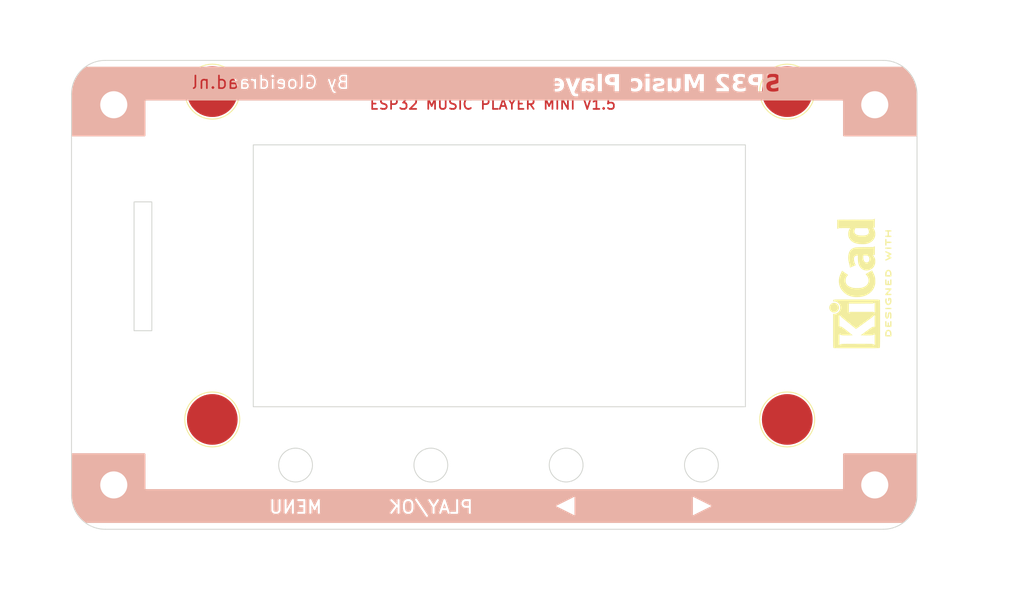
<source format=kicad_pcb>
(kicad_pcb (version 20240108) (generator "pcbnew") (generator_version "8.0")
  (title_block (date "2024-12-26") (rev "V1.2"))
  (layers (0 "F.Cu" signal) (31 "B.Cu" signal) (34 "B.Paste" user) (35 "F.Paste" user) (36 "B.SilkS" user "B.Silkscreen") (37 "F.SilkS" user "F.Silkscreen") (38 "B.Mask" user) (39 "F.Mask" user) (44 "Edge.Cuts" user))
  (net 0 "")
  (footprint "!Gloeidraad:TestPoint_Pad_D6.0mm" (layer "F.Cu") (at 174.15 71.2)
    (property "Reference" "TP3" (hide yes))
    (property "Value" "TestPoint_Pad_D6.0mm" (hide yes))
    (fp_circle (center 0 0) (end 3.25 0) (stroke (width 0.12)) (fill none) (layer "F.SilkS"))
    (pad "1" smd circle (at 0 0) (size 6 6) (property pad_prop_testpoint) (layers "F.Cu" "F.Mask"))
  )
  (footprint "Symbol:KiCad-Logo2_6mm_SilkScreen" (layer "F.Cu") (at 182.104848 93.907487 90)
    (property "Reference" "MECH1" (hide yes))
    (property "Value" "KiCad Logo" (hide yes))
    (fp_poly (pts (xy 4.200322 3.642069) (xy 4.224035 3.656839) (xy 4.250686 3.678419) (xy 4.250686 3.999965) (xy 4.250601 4.094022) (xy 4.250237 4.168124) (xy 4.249432 4.224896) (xy 4.248021 4.26696) (xy 4.245841 4.29694) (xy 4.242729 4.317459) (xy 4.238522 4.331141) (xy 4.233056 4.340608) (xy 4.22918 4.345274) (xy 4.197742 4.365767) (xy 4.161941 4.364931) (xy 4.130581 4.347456) (xy 4.10393 4.325876) (xy 4.10393 3.678419) (xy 4.130581 3.656839) (xy 4.156302 3.641141) (xy 4.177308 3.635259) (xy 4.200322 3.642069)) (stroke (width 0.01)) (fill solid) (layer "F.SilkS"))
    (fp_poly (pts (xy -2.912114 3.657837) (xy -2.905534 3.66541) (xy -2.900371 3.675179) (xy -2.896456 3.689763) (xy -2.893616 3.711777) (xy -2.891679 3.74384) (xy -2.890475 3.788567) (xy -2.889831 3.848577) (xy -2.889576 3.926486) (xy -2.889537 4.002148) (xy -2.889606 4.095994) (xy -2.88993 4.169881) (xy -2.890678 4.226424) (xy -2.892024 4.268241) (xy -2.894138 4.297949) (xy -2.897192 4.318165) (xy -2.901358 4.331506) (xy -2.906808 4.34059) (xy -2.912114 4.346459) (xy -2.945118 4.366139) (xy -2.980283 4.364373) (xy -3.011747 4.342909) (xy -3.018976 4.334529) (xy -3.024626 4.324806) (xy -3.028891 4.311053) (xy -3.031965 4.290581) (xy -3.034044 4.260704) (xy -3.035322 4.218733) (xy -3.035993 4.161981) (xy -3.036251 4.087759) (xy -3.036292 4.003729) (xy -3.036292 3.690677) (xy -3.008583 3.662968) (xy -2.974429 3.639655) (xy -2.941298 3.638815) (xy -2.912114 3.657837)) (stroke (width 0.01)) (fill solid) (layer "F.SilkS"))
    (fp_poly (pts (xy -2.726079 -2.96351) (xy -2.622973 -2.927762) (xy -2.526978 -2.871493) (xy -2.441247 -2.794712) (xy -2.36893 -2.697427) (xy -2.336445 -2.636108) (xy -2.308332 -2.55034) (xy -2.294705 -2.451323) (xy -2.296214 -2.349529) (xy -2.312969 -2.257286) (xy -2.358763 -2.144568) (xy -2.425168 -2.046793) (xy -2.508809 -1.965885) (xy -2.606312 -1.903768) (xy -2.7143 -1.862366) (xy -2.829399 -1.843603) (xy -2.948234 -1.849402) (xy -3.006811 -1.861794) (xy -3.120972 -1.906203) (xy -3.222365 -1.973967) (xy -3.308545 -2.062999) (xy -3.377066 -2.171209) (xy -3.382864 -2.183027) (xy -3.402904 -2.227372) (xy -3.415487 -2.26472) (xy -3.422319 -2.30412) (xy -3.425105 -2.354619) (xy -3.425568 -2.409567) (xy -3.424803 -2.475585) (xy -3.421352 -2.523311) (xy -3.413477 -2.561897) (xy -3.399443 -2.600494) (xy -3.38212 -2.638574) (xy -3.317505 -2.746672) (xy -3.237934 -2.834197) (xy -3.14656 -2.901159) (xy -3.046536 -2.947564) (xy -2.941012 -2.973419) (xy -2.833142 -2.978732) (xy -2.726079 -2.96351)) (stroke (width 0.01)) (fill solid) (layer "F.SilkS"))
    (fp_poly (pts (xy 4.974773 3.635355) (xy 5.05348 3.635734) (xy 5.114571 3.636525) (xy 5.160525 3.637862) (xy 5.193822 3.639875) (xy 5.216944 3.642698) (xy 5.23237 3.646461) (xy 5.242579 3.651297) (xy 5.247521 3.655014) (xy 5.273165 3.68755) (xy 5.276267 3.72133) (xy 5.260419 3.752018) (xy 5.250056 3.764281) (xy 5.238904 3.772642) (xy 5.222743 3.777849) (xy 5.19735 3.780649) (xy 5.158506 3.781788) (xy 5.101988 3.782013) (xy 5.090888 3.782014) (xy 4.944952 3.782014) (xy 4.944952 4.052948) (xy 4.944856 4.138346) (xy 4.944419 4.204056) (xy 4.94342 4.252966) (xy 4.941636 4.287965) (xy 4.938845 4.311941) (xy 4.934825 4.327785) (xy 4.929353 4.338383) (xy 4.922374 4.346459) (xy 4.889442 4.366304) (xy 4.855062 4.36474) (xy 4.823884 4.342098) (xy 4.821594 4.339292) (xy 4.814137 4.328684) (xy 4.808455 4.316273) (xy 4.804309 4.299042) (xy 4.801458 4.273976) (xy 4.799662 4.238059) (xy 4.79868 4.188275) (xy 4.798272 4.121609) (xy 4.798197 4.045781) (xy 4.798197 3.782014) (xy 4.658835 3.782014) (xy 4.59903 3.78161) (xy 4.557626 3.780032) (xy 4.530456 3.776739) (xy 4.513354 3.771184) (xy 4.502151 3.762823) (xy 4.500791 3.76137) (xy 4.484433 3.728131) (xy 4.48588 3.690554) (xy 4.504686 3.657837) (xy 4.511958 3.65149) (xy 4.521335 3.646458) (xy 4.535317 3.642588) (xy 4.556404 3.639729) (xy 4.587097 3.637727) (xy 4.629897 3.636431) (xy 4.687303 3.63569) (xy 4.761818 3.63535) (xy 4.855941 3.63526) (xy 4.875968 3.635259) (xy 4.974773 3.635355)) (stroke (width 0.01)) (fill solid) (layer "F.SilkS"))
    (fp_poly (pts (xy 6.240531 3.640725) (xy 6.27191 3.662968) (xy 6.299619 3.690677) (xy 6.299619 4.000112) (xy 6.299546 4.091991) (xy 6.299203 4.164032) (xy 6.2984 4.218972) (xy 6.296949 4.259552) (xy 6.29466 4.288509) (xy 6.291344 4.308583) (xy 6.286813 4.322513) (xy 6.280877 4.333037) (xy 6.276222 4.339292) (xy 6.245491 4.363865) (xy 6.210204 4.366533) (xy 6.177953 4.351463) (xy 6.167296 4.342566) (xy 6.160172 4.330749) (xy 6.155875 4.311718) (xy 6.153699 4.281184) (xy 6.152936 4.234854) (xy 6.152863 4.199063) (xy 6.152863 4.064237) (xy 5.656152 4.064237) (xy 5.656152 4.186892) (xy 5.655639 4.242979) (xy 5.653584 4.281525) (xy 5.649216 4.307553) (xy 5.641764 4.326089) (xy 5.632755 4.339292) (xy 5.601852 4.363796) (xy 5.566904 4.366698) (xy 5.533446 4.349281) (xy 5.524312 4.340151) (xy 5.51786 4.328047) (xy 5.513605 4.309193) (xy 5.51106 4.279812) (xy 5.509737 4.236129) (xy 5.509151 4.174367) (xy 5.509083 4.160192) (xy 5.508599 4.043823) (xy 5.508349 3.947919) (xy 5.508431 3.870369) (xy 5.508939 3.809061) (xy 5.50997 3.761882) (xy 5.511621 3.726722) (xy 5.513987 3.701468) (xy 5.517165 3.684009) (xy 5.521252 3.672233) (xy 5.526342 3.664027) (xy 5.531974 3.657837) (xy 5.563836 3.638036) (xy 5.597065 3.640725) (xy 5.628443 3.662968) (xy 5.641141 3.677318) (xy 5.649234 3.69317) (xy 5.65375 3.715746) (xy 5.655714 3.75027) (xy 5.656152 3.801968) (xy 5.656152 3.917481) (xy 6.152863 3.917481) (xy 6.152863 3.798948) (xy 6.15337 3.74434) (xy 6.155406 3.707467) (xy 6.159743 3.683499) (xy 6.167155 3.667607) (xy 6.175441 3.657837) (xy 6.207302 3.638036) (xy 6.240531 3.640725)) (stroke (width 0.01)) (fill solid) (layer "F.SilkS"))
    (fp_poly (pts (xy 1.030017 3.635467) (xy 1.158996 3.639828) (xy 1.268699 3.653053) (xy 1.360934 3.675933) (xy 1.43751 3.709262) (xy 1.500235 3.75383) (xy 1.55092 3.810428) (xy 1.591371 3.87985) (xy 1.592167 3.881543) (xy 1.616309 3.943675) (xy 1.624911 3.998701) (xy 1.617939 4.054079) (xy 1.595362 4.117265) (xy 1.59108 4.126881) (xy 1.56188 4.183158) (xy 1.529064 4.226643) (xy 1.48671 4.263609) (xy 1.428898 4.300327) (xy 1.425539 4.302244) (xy 1.375212 4.326419) (xy 1.318329 4.344474) (xy 1.251235 4.357031) (xy 1.170273 4.364714) (xy 1.07179 4.368145) (xy 1.036994 4.368443) (xy 0.871302 4.369037) (xy 0.847905 4.339292) (xy 0.840965 4.329511) (xy 0.83555 4.318089) (xy 0.831473 4.302287) (xy 0.828545 4.279367) (xy 0.826575 4.246588) (xy 0.825933 4.222281) (xy 0.982552 4.222281) (xy 1.076434 4.222281) (xy 1.131372 4.220675) (xy 1.187768 4.216447) (xy 1.234053 4.210484) (xy 1.236847 4.209982) (xy 1.319056 4.187928) (xy 1.382822 4.154792) (xy 1.43016 4.109039) (xy 1.46309 4.049131) (xy 1.468816 4.033253) (xy 1.474429 4.008525) (xy 1.471999 3.984094) (xy 1.460175 3.951592) (xy 1.453048 3.935626) (xy 1.429708 3.893198) (xy 1.401588 3.863432) (xy 1.370648 3.842703) (xy 1.308674 3.815729) (xy 1.229359 3.79619) (xy 1.136961 3.784938) (xy 1.070041 3.782462) (xy 0.982552 3.782014) (xy 0.982552 4.222281) (xy 0.825933 4.222281) (xy 0.825376 4.201213) (xy 0.824758 4.140503) (xy 0.824533 4.061718) (xy 0.824508 4.000112) (xy 0.824508 3.690677) (xy 0.852217 3.662968) (xy 0.864514 3.651736) (xy 0.877811 3.644045) (xy 0.89638 3.639232) (xy 0.924494 3.636638) (xy 0.966425 3.635602) (xy 1.026445 3.635462) (xy 1.030017 3.635467)) (stroke (width 0.01)) (fill solid) (layer "F.SilkS"))
    (fp_poly (pts (xy -6.109663 3.635258) (xy -6.070181 3.635659) (xy -5.954492 3.638451) (xy -5.857603 3.646742) (xy -5.776211 3.661424) (xy -5.707015 3.683385) (xy -5.646712 3.713514) (xy -5.592 3.752702) (xy -5.572459 3.769724) (xy -5.540042 3.809555) (xy -5.510812 3.863605) (xy -5.488283 3.923515) (xy -5.475971 3.980931) (xy -5.474692 4.002148) (xy -5.482709 4.060961) (xy -5.504191 4.125205) (xy -5.535291 4.186013) (xy -5.572158 4.234522) (xy -5.578146 4.240374) (xy -5.628871 4.281513) (xy -5.684417 4.313627) (xy -5.747988 4.337557) (xy -5.822786 4.354145) (xy -5.912014 4.364233) (xy -6.018874 4.368661) (xy -6.06782 4.369037) (xy -6.130054 4.368737) (xy -6.17382 4.367484) (xy -6.203223 4.364746) (xy -6.222371 4.359993) (xy -6.235369 4.352693) (xy -6.242337 4.346459) (xy -6.248918 4.338886) (xy -6.25408 4.329116) (xy -6.257995 4.314532) (xy -6.260835 4.292518) (xy -6.262772 4.260456) (xy -6.263976 4.215728) (xy -6.26462 4.155718) (xy -6.264875 4.077809) (xy -6.264914 4.002148) (xy -6.265162 3.901233) (xy -6.265109 3.820619) (xy -6.264149 3.782014) (xy -6.118159 3.782014) (xy -6.118159 4.222281) (xy -6.025026 4.222196) (xy -5.968985 4.220588) (xy -5.910291 4.216448) (xy -5.86132 4.210656) (xy -5.85983 4.210418) (xy -5.780684 4.191282) (xy -5.719294 4.161479) (xy -5.672597 4.11907) (xy -5.642927 4.073153) (xy -5.624645 4.022218) (xy -5.626063 3.974392) (xy -5.64728 3.923125) (xy -5.688781 3.870091) (xy -5.74629 3.830792) (xy -5.821042 3.804523) (xy -5.871 3.795227) (xy -5.927708 3.788699) (xy -5.987811 3.783974) (xy -6.038931 3.782009) (xy -6.041959 3.782) (xy -6.118159 3.782014) (xy -6.264149 3.782014) (xy -6.263552 3.758043) (xy -6.25929 3.711247) (xy -6.251122 3.67797) (xy -6.237848 3.655951) (xy -6.218266 3.642931) (xy -6.191175 3.636649) (xy -6.155374 3.634845) (xy -6.109663 3.635258)) (stroke (width 0.01)) (fill solid) (layer "F.SilkS"))
    (fp_poly (pts (xy -1.288406 3.63964) (xy -1.26484 3.653465) (xy -1.234027 3.676073) (xy -1.19437 3.70853) (xy -1.144272 3.7519) (xy -1.082135 3.80725) (xy -1.006364 3.875643) (xy -0.919626 3.954276) (xy -0.739003 4.11807) (xy -0.733359 3.898221) (xy -0.731321 3.822543) (xy -0.729355 3.766186) (xy -0.727026 3.725898) (xy -0.723898 3.698427) (xy -0.719537 3.680521) (xy -0.713508 3.668929) (xy -0.705376 3.6604) (xy -0.701064 3.656815) (xy -0.666533 3.637862) (xy -0.633675 3.640633) (xy -0.60761 3.656825) (xy -0.580959 3.678391) (xy -0.577644 3.993343) (xy -0.576727 4.085971) (xy -0.57626 4.158736) (xy -0.576405 4.214353) (xy -0.577324 4.255534) (xy -0.579179 4.284995) (xy -0.582131 4.305447) (xy -0.586342 4.319605) (xy -0.591974 4.330183) (xy -0.598219 4.338666) (xy -0.611731 4.354399) (xy -0.625175 4.364828) (xy -0.640416 4.368831) (xy -0.659318 4.365286) (xy -0.683747 4.353071) (xy -0.715565 4.331063) (xy -0.75664 4.298141) (xy -0.808834 4.253183) (xy -0.874014 4.195067) (xy -0.947848 4.128291) (xy -1.213137 3.88765) (xy -1.218781 4.106781) (xy -1.220823 4.18232) (xy -1.222794 4.238546) (xy -1.225131 4.278716) (xy -1.228273 4.306088) (xy -1.232656 4.32392) (xy -1.238716 4.335471) (xy -1.246892 4.343999) (xy -1.251076 4.347474) (xy -1.288057 4.366564) (xy -1.323 4.363685) (xy -1.353428 4.339292) (xy -1.360389 4.329478) (xy -1.365815 4.318018) (xy -1.369895 4.30216) (xy -1.372821 4.279155) (xy -1.374784 4.246254) (xy -1.375975 4.200708) (xy -1.376584 4.139765) (xy -1.376803 4.060678) (xy -1.376826 4.002148) (xy -1.376752 3.910599) (xy -1.376405 3.838879) (xy -1.375593 3.784237) (xy -1.374125 3.743924) (xy -1.371811 3.71519) (xy -1.368459 3.695285) (xy -1.36388 3.68146) (xy -1.357881 3.670964) (xy -1.353428 3.665003) (xy -1.342142 3.650883) (xy -1.331593 3.640221) (xy -1.320185 3.634084) (xy -1.306322 3.633535) (xy -1.288406 3.63964)) (stroke (width 0.01)) (fill solid) (layer "F.SilkS"))
    (fp_poly (pts (xy -1.938373 3.640791) (xy -1.869857 3.652287) (xy -1.817235 3.670159) (xy -1.783 3.693691) (xy -1.773671 3.707116) (xy -1.764185 3.73834) (xy -1.770569 3.766587) (xy -1.790722 3.793374) (xy -1.822037 3.805905) (xy -1.867475 3.804888) (xy -1.902618 3.798098) (xy -1.980711 3.785163) (xy -2.060518 3.783934) (xy -2.149847 3.794433) (xy -2.174521 3.798882) (xy -2.257583 3.8223) (xy -2.322565 3.857137) (xy -2.368753 3.902796) (xy -2.395437 3.958686) (xy -2.400955 3.98758) (xy -2.397343 4.046204) (xy -2.374021 4.098071) (xy -2.333116 4.14217) (xy -2.276751 4.177491) (xy -2.207052 4.203021) (xy -2.126144 4.217751) (xy -2.036152 4.22067) (xy -1.939202 4.210767) (xy -1.933728 4.209833) (xy -1.895167 4.202651) (xy -1.873786 4.195713) (xy -1.864519 4.185419) (xy -1.862298 4.168168) (xy -1.862248 4.159033) (xy -1.862248 4.120681) (xy -1.930723 4.120681) (xy -1.991192 4.116539) (xy -2.032457 4.103339) (xy -2.056467 4.079922) (xy -2.065169 4.045128) (xy -2.065275 4.040586) (xy -2.060184 4.010846) (xy -2.042725 3.989611) (xy -2.010231 3.975558) (xy -1.960035 3.967365) (xy -1.911415 3.964353) (xy -1.840748 3.962625) (xy -1.78949 3.965262) (xy -1.754531 3.974992) (xy -1.732762 3.994545) (xy -1.721072 4.026648) (xy -1.716352 4.07403) (xy -1.715492 4.136263) (xy -1.716901 4.205727) (xy -1.72114 4.252978) (xy -1.728228 4.278204) (xy -1.729603 4.28018) (xy -1.76852 4.3117) (xy -1.825578 4.336662) (xy -1.897161 4.354532) (xy -1.97965 4.364778) (xy -2.069431 4.366865) (xy -2.162884 4.36026) (xy -2.217848 4.352148) (xy -2.304058 4.327746) (xy -2.384184 4.287854) (xy -2.451269 4.236079) (xy -2.461465 4.225731) (xy -2.494594 4.182227) (xy -2.524486 4.12831) (xy -2.547649 4.071784) (xy -2.56059 4.020451) (xy -2.56215 4.000736) (xy -2.55551 3.959611) (xy -2.53786 3.908444) (xy -2.512589 3.854586) (xy -2.483081 3.805387) (xy -2.457011 3.772526) (xy -2.396057 3.723644) (xy -2.317261 3.684737) (xy -2.223449 3.656686) (xy -2.117442 3.640371) (xy -2.020292 3.636384) (xy -1.938373 3.640791)) (stroke (width 0.01)) (fill solid) (layer "F.SilkS"))
    (fp_poly (pts (xy 0.242051 3.635452) (xy 0.318409 3.636366) (xy 0.376925 3.638503) (xy 0.419963 3.642367) (xy 0.449891 3.648459) (xy 0.469076 3.657282) (xy 0.479884 3.669338) (xy 0.484681 3.685131) (xy 0.485835 3.705162) (xy 0.485841 3.707527) (xy 0.484839 3.730184) (xy 0.480104 3.747695) (xy 0.469041 3.760766) (xy 0.449056 3.770105) (xy 0.417554 3.776419) (xy 0.37194 3.780414) (xy 0.309621 3.782798) (xy 0.228001 3.784278) (xy 0.202985 3.784606) (xy -0.039092 3.787659) (xy -0.042478 3.85257) (xy -0.045863 3.917481) (xy 0.122284 3.917481) (xy 0.187974 3.917723) (xy 0.23488 3.918748) (xy 0.266791 3.921003) (xy 0.287499 3.924934) (xy 0.300792 3.93099) (xy 0.310463 3.939616) (xy 0.310525 3.939685) (xy 0.328064 3.973304) (xy 0.32743 4.00964) (xy 0.309022 4.040615) (xy 0.305379 4.043799) (xy 0.292449 4.052004) (xy 0.274732 4.057713) (xy 0.248278 4.061354) (xy 0.20914 4.063359) (xy 0.15337 4.064156) (xy 0.117702 4.064237) (xy -0.044737 4.064237) (xy -0.044737 4.222281) (xy 0.201869 4.222281) (xy 0.283288 4.222423) (xy 0.345118 4.223006) (xy 0.390345 4.22426) (xy 0.421956 4.226419) (xy 0.442939 4.229715) (xy 0.456281 4.234381) (xy 0.464969 4.240649) (xy 0.467158 4.242925) (xy 0.483322 4.274472) (xy 0.484505 4.31036) (xy 0.471244 4.341477) (xy 0.460751 4.351463) (xy 0.449837 4.356961) (xy 0.432925 4.361214) (xy 0.407341 4.364372) (xy 0.370409 4.366584) (xy 0.319454 4.367998) (xy 0.251802 4.368764) (xy 0.164777 4.36903) (xy 0.145102 4.369037) (xy 0.056619 4.368979) (xy -0.012065 4.368659) (xy -0.063728 4.367859) (xy -0.101147 4.366359) (xy -0.127102 4.363941) (xy -0.14437 4.360386) (xy -0.15573 4.355474) (xy -0.16396 4.348987) (xy -0.168475 4.34433) (xy -0.175271 4.336081) (xy -0.18058 4.325861) (xy -0.184586 4.310992) (xy -0.187471 4.288794) (xy -0.189418 4.256585) (xy -0.190611 4.211688) (xy -0.191231 4.15142) (xy -0.191463 4.073103) (xy -0.191492 4.007186) (xy -0.191421 3.91482) (xy -0.191084 3.842309) (xy -0.190294 3.786929) (xy -0.188866 3.745957) (xy -0.186613 3.71667) (xy -0.183349 3.696345) (xy -0.178888 3.682258) (xy -0.173044 3.671687) (xy -0.168095 3.665003) (xy -0.144698 3.635259) (xy 0.145482 3.635259) (xy 0.242051 3.635452)) (stroke (width 0.01)) (fill solid) (layer "F.SilkS"))
    (fp_poly (pts (xy -4.701086 3.635338) (xy -4.631678 3.63571) (xy -4.579289 3.636577) (xy -4.541139 3.638138) (xy -4.514451 3.640595) (xy -4.496445 3.644149) (xy -4.484341 3.649002) (xy -4.475361 3.655353) (xy -4.47211 3.658276) (xy -4.452335 3.689334) (xy -4.448774 3.72502) (xy -4.461783 3.756702) (xy -4.467798 3.763105) (xy -4.477527 3.769313) (xy -4.493193 3.774102) (xy -4.5177 3.777706) (xy -4.553953 3.780356) (xy -4.604857 3.782287) (xy -4.673318 3.783731) (xy -4.735909 3.78461) (xy -4.983626 3.787659) (xy -4.987011 3.85257) (xy -4.990397 3.917481) (xy -4.82225 3.917481) (xy -4.749251 3.918111) (xy -4.695809 3.920745) (xy -4.65892 3.926501) (xy -4.63558 3.936496) (xy -4.622786 3.951848) (xy -4.617534 3.973674) (xy -4.616737 3.99393) (xy -4.619215 4.018784) (xy -4.628569 4.037098) (xy -4.647675 4.049829) (xy -4.67941 4.057933) (xy -4.726651 4.062368) (xy -4.792275 4.064091) (xy -4.828093 4.064237) (xy -4.98927 4.064237) (xy -4.98927 4.222281) (xy -4.740914 4.222281) (xy -4.659505 4.222394) (xy -4.597634 4.222904) (xy -4.55226 4.224062) (xy -4.520346 4.226122) (xy -4.498851 4.229338) (xy -4.484735 4.233964) (xy -4.47496 4.240251) (xy -4.469981 4.244859) (xy -4.452902 4.271752) (xy -4.447403 4.295659) (xy -4.455255 4.324859) (xy -4.469981 4.346459) (xy -4.477838 4.353258) (xy -4.48798 4.358538) (xy -4.503136 4.36249) (xy -4.526033 4.365305) (xy -4.559401 4.367174) (xy -4.605967 4.36829) (xy -4.668459 4.368843) (xy -4.749606 4.369025) (xy -4.791714 4.369037) (xy -4.88189 4.368957) (xy -4.952216 4.36859) (xy -5.005421 4.367744) (xy -5.044232 4.366228) (xy -5.071379 4.363851) (xy -5.08959 4.360421) (xy -5.101592 4.355746) (xy -5.110114 4.349636) (xy -5.113448 4.346459) (xy -5.120047 4.338862) (xy -5.125219 4.329062) (xy -5.129138 4.314431) (xy -5.131976 4.292344) (xy -5.133907 4.260174) (xy -5.135104 4.215295) (xy -5.13574 4.155081) (xy -5.135989 4.076905) (xy -5.136026 4.004115) (xy -5.135992 3.910899) (xy -5.135757 3.837623) (xy -5.135122 3.78165) (xy -5.133886 3.740343) (xy -5.131848 3.711064) (xy -5.128809 3.691176) (xy -5.124569 3.678042) (xy -5.118927 3.669024) (xy -5.111683 3.661485) (xy -5.109898 3.659804) (xy -5.101237 3.652364) (xy -5.091174 3.646601) (xy -5.076917 3.642304) (xy -5.055675 3.639256) (xy -5.024656 3.637243) (xy -4.981069 3.636052) (xy -4.922123 3.635467) (xy -4.845026 3.635275) (xy -4.790293 3.635259) (xy -4.701086 3.635338)) (stroke (width 0.01)) (fill solid) (layer "F.SilkS"))
    (fp_poly (pts (xy 3.756373 3.637226) (xy 3.775963 3.644227) (xy 3.776718 3.644569) (xy 3.803321 3.66487) (xy 3.817978 3.685753) (xy 3.820846 3.695544) (xy 3.820704 3.708553) (xy 3.816669 3.727087) (xy 3.807854 3.753449) (xy 3.793377 3.789944) (xy 3.772353 3.838879) (xy 3.743896 3.902557) (xy 3.707123 3.983285) (xy 3.686883 4.027408) (xy 3.650333 4.106177) (xy 3.616023 4.178615) (xy 3.58526 4.242072) (xy 3.559356 4.2939) (xy 3.539618 4.331451) (xy 3.527358 4.352076) (xy 3.524932 4.354925) (xy 3.493891 4.367494) (xy 3.458829 4.365811) (xy 3.430708 4.350524) (xy 3.429562 4.349281) (xy 3.418376 4.332346) (xy 3.399612 4.299362) (xy 3.375583 4.254572) (xy 3.348605 4.202224) (xy 3.338909 4.182934) (xy 3.265722 4.036342) (xy 3.185948 4.195585) (xy 3.157475 4.250607) (xy 3.131058 4.298324) (xy 3.108856 4.335085) (xy 3.093027 4.357236) (xy 3.087662 4.361933) (xy 3.045965 4.368294) (xy 3.011557 4.354925) (xy 3.001436 4.340638) (xy 2.983922 4.308884) (xy 2.960443 4.262789) (xy 2.932428 4.205477) (xy 2.901307 4.140072) (xy 2.868507 4.069699) (xy 2.835458 3.997483) (xy 2.803589 3.926547) (xy 2.774327 3.860017) (xy 2.749103 3.801018) (xy 2.729344 3.752673) (xy 2.71648 3.718107) (xy 2.711939 3.700445) (xy 2.711985 3.699805) (xy 2.723034 3.67758) (xy 2.745118 3.654945) (xy 2.746418 3.65396) (xy 2.773561 3.638617) (xy 2.798666 3.638766) (xy 2.808076 3.641658) (xy 2.819542 3.64791) (xy 2.831718 3.660206) (xy 2.846065 3.6811) (xy 2.864044 3.713141) (xy 2.887115 3.75888) (xy 2.916738 3.820869) (xy 2.943453 3.87809) (xy 2.974188 3.944418) (xy 3.001729 4.004066) (xy 3.024646 4.053917) (xy 3.041506 4.090856) (xy 3.050881 4.111765) (xy 3.052248 4.115037) (xy 3.058397 4.109689) (xy 3.07253 4.087301) (xy 3.092765 4.051138) (xy 3.117223 4.004469) (xy 3.126956 3.985214) (xy 3.159925 3.920196) (xy 3.185351 3.872846) (xy 3.20532 3.840411) (xy 3.221918 3.820138) (xy 3.237232 3.809274) (xy 3.253348 3.805067) (xy 3.263851 3.804592) (xy 3.282378 3.806234) (xy 3.298612 3.813023) (xy 3.314743 3.827758) (xy 3.332959 3.853236) (xy 3.355447 3.892253) (xy 3.384397 3.947606) (xy 3.40037 3.979095) (xy 3.426278 4.029279) (xy 3.448875 4.070896) (xy 3.466166 4.100434) (xy 3.476158 4.114381) (xy 3.477517 4.114962) (xy 3.483969 4.103985) (xy 3.498416 4.075482) (xy 3.519411 4.032436) (xy 3.545505 3.97783) (xy 3.575254 3.914646) (xy 3.589888 3.883263) (xy 3.627958 3.80227) (xy 3.658613 3.739948) (xy 3.683445 3.694263) (xy 3.704045 3.663181) (xy 3.722006 3.64467) (xy 3.738918 3.636696) (xy 3.756373 3.637226)) (stroke (width 0.01)) (fill solid) (layer "F.SilkS"))
    (fp_poly (pts (xy -3.679995 3.636543) (xy -3.60518 3.641773) (xy -3.535598 3.649942) (xy -3.475294 3.660742) (xy -3.428312 3.673865) (xy -3.398698 3.689005) (xy -3.394152 3.693461) (xy -3.378346 3.728042) (xy -3.383139 3.763543) (xy -3.407656 3.793917) (xy -3.408826 3.794788) (xy -3.423246 3.804146) (xy -3.4383 3.809068) (xy -3.459297 3.809665) (xy -3.491549 3.806053) (xy -3.540365 3.798346) (xy -3.544292 3.797697) (xy -3.617031 3.788761) (xy -3.695509 3.784353) (xy -3.774219 3.784311) (xy -3.847653 3.788471) (xy -3.910303 3.796671) (xy -3.956662 3.808749) (xy -3.959708 3.809963) (xy -3.99334 3.828807) (xy -4.005156 3.847877) (xy -3.995906 3.866631) (xy -3.966339 3.884529) (xy -3.917203 3.901029) (xy -3.849249 3.915588) (xy -3.803937 3.922598) (xy -3.709748 3.936081) (xy -3.634836 3.948406) (xy -3.576009 3.960641) (xy -3.530077 3.973853) (xy -3.493847 3.989109) (xy -3.46413 4.007477) (xy -3.437734 4.030023) (xy -3.416522 4.052163) (xy -3.391357 4.083011) (xy -3.378973 4.109537) (xy -3.3751 4.142218) (xy -3.374959 4.154187) (xy -3.377868 4.193904) (xy -3.389494 4.223451) (xy -3.409615 4.249678) (xy -3.450508 4.289768) (xy -3.496109 4.320341) (xy -3.549805 4.342395) (xy -3.614984 4.356927) (xy -3.695036 4.364933) (xy -3.793349 4.36741) (xy -3.809581 4.367369) (xy -3.875141 4.36601) (xy -3.940158 4.362922) (xy -3.997544 4.358548) (xy -4.040214 4.353332) (xy -4.043664 4.352733) (xy -4.086088 4.342683) (xy -4.122072 4.329988) (xy -4.142442 4.318382) (xy -4.161399 4.287764) (xy -4.162719 4.25211) (xy -4.146377 4.220336) (xy -4.142721 4.216743) (xy -4.127607 4.206068) (xy -4.108707 4.201468) (xy -4.079454 4.202251) (xy -4.043943 4.206319) (xy -4.004262 4.209954) (xy -3.948637 4.21302) (xy -3.883698 4.215245) (xy -3.816077 4.216356) (xy -3.798292 4.216429) (xy -3.73042 4.216156) (xy -3.680746 4.214838) (xy -3.644902 4.212019) (xy -3.618516 4.207242) (xy -3.597218 4.200049) (xy -3.584418 4.194059) (xy -3.556292 4.177425) (xy -3.53836 4.16236) (xy -3.535739 4.158089) (xy -3.541268 4.140455) (xy -3.567552 4.123384) (xy -3.61277 4.10765) (xy -3.6751 4.09403) (xy -3.693463 4.090996) (xy -3.789382 4.07593) (xy -3.865933 4.063338) (xy -3.926072 4.052303) (xy -3.972752 4.041912) (xy -4.008929 4.031248) (xy -4.037557 4.019397) (xy -4.06159 4.005443) (xy -4.083984 3.988473) (xy -4.107694 3.96757) (xy -4.115672 3.960241) (xy -4.143645 3.932891) (xy -4.158452 3.911221) (xy -4.164244 3.886424) (xy -4.165181 3.855175) (xy -4.154867 3.793897) (xy -4.124044 3.741832) (xy -4.072887 3.69915) (xy -4.001575 3.666017) (xy -3.950692 3.651156) (xy -3.895392 3.641558) (xy -3.829145 3.636128) (xy -3.755998 3.634559) (xy -3.679995 3.636543)) (stroke (width 0.01)) (fill solid) (layer "F.SilkS"))
    (fp_poly (pts (xy 0.439962 -1.839501) (xy 0.588014 -1.823293) (xy 0.731452 -1.794282) (xy 0.87611 -1.750955) (xy 1.027824 -1.691799) (xy 1.192428 -1.6153) (xy 1.222071 -1.600483) (xy 1.290098 -1.566969) (xy 1.354256 -1.536792) (xy 1.408215 -1.512834) (xy 1.44564 -1.497976) (xy 1.451389 -1.496105) (xy 1.506486 -1.479598) (xy 1.259851 -1.120799) (xy 1.199552 -1.033107) (xy 1.144422 -0.952988) (xy 1.096336 -0.883164) (xy 1.057168 -0.826353) (xy 1.028794 -0.785277) (xy 1.013087 -0.762654) (xy 1.010536 -0.759072) (xy 1.000171 -0.766562) (xy 0.97466 -0.789082) (xy 0.938563 -0.822539) (xy 0.918642 -0.84145) (xy 0.805773 -0.931222) (xy 0.679014 -0.999439) (xy 0.569783 -1.036805) (xy 0.504214 -1.04854) (xy 0.422116 -1.055692) (xy 0.333144 -1.058126) (xy 0.246956 -1.055712) (xy 0.173205 -1.048317) (xy 0.143776 -1.042653) (xy 0.011133 -0.997018) (xy -0.108394 -0.927337) (xy -0.214717 -0.83374) (xy -0.307747 -0.716351) (xy -0.387395 -0.5753) (xy -0.453574 -0.410714) (xy -0.506194 -0.22272) (xy -0.537467 -0.061783) (xy -0.545626 0.009263) (xy -0.551185 0.101046) (xy -0.554198 0.206968) (xy -0.554719 0.320434) (xy -0.5528 0.434849) (xy -0.548497 0.543617) (xy -0.541863 0.640143) (xy -0.532951 0.717831) (xy -0.531021 0.729817) (xy -0.488501 0.922892) (xy -0.430567 1.093773) (xy -0.356867 1.243224) (xy -0.267049 1.372011) (xy -0.203293 1.441639) (xy -0.088714 1.536173) (xy 0.036942 1.606246) (xy 0.171557 1.651477) (xy 0.313011 1.671484) (xy 0.459183 1.665885) (xy 0.607955 1.6343) (xy 0.695911 1.603394) (xy 0.817629 1.541506) (xy 0.94308 1.452729) (xy 1.013353 1.392694) (xy 1.052811 1.357947) (xy 1.083812 1.332454) (xy 1.101458 1.32017) (xy 1.103648 1.319795) (xy 1.111524 1.332347) (xy 1.131932 1.365516) (xy 1.163132 1.416458) (xy 1.203386 1.482331) (xy 1.250957 1.560289) (xy 1.304104 1.64749) (xy 1.333687 1.696067) (xy 1.559648 2.067215) (xy 1.277527 2.206639) (xy 1.175522 2.256719) (xy 1.092889 2.29621) (xy 1.024578 2.327073) (xy 0.965537 2.351268) (xy 0.910714 2.370758) (xy 0.85506 2.387503) (xy 0.793523 2.403465) (xy 0.73454 2.417482) (xy 0.682115 2.428329) (xy 0.627288 2.436526) (xy 0.564572 2.442528) (xy 0.488477 2.44679) (xy 0.393516 2.449767) (xy 0.329513 2.451052) (xy 0.238192 2.45193) (xy 0.150627 2.451487) (xy 0.072612 2.449852) (xy 0.009942 2.447149) (xy -0.031587 2.443505) (xy -0.034048 2.443142) (xy -0.249697 2.396487) (xy -0.452207 2.325729) (xy -0.641505 2.230914) (xy -0.817521 2.112089) (xy -0.980184 1.9693) (xy -1.129422 1.802594) (xy -1.237504 1.654433) (xy -1.352566 1.460502) (xy -1.445577 1.255699) (xy -1.516987 1.038383) (xy -1.567244 0.806912) (xy -1.596799 0.559643) (xy -1.606111 0.308559) (xy -1.598452 0.06567) (xy -1.574387 -0.15843) (xy -1.533148 -0.367523) (xy -1.473973 -0.565387) (xy -1.396096 -0.755804) (xy -1.386797 -0.775532) (xy -1.284352 -0.959941) (xy -1.158528 -1.135424) (xy -1.012888 -1.29835) (xy -0.850999 -1.445086) (xy -0.676424 -1.571999) (xy -0.513756 -1.665095) (xy -0.349427 -1.738009) (xy -0.184749 -1.790826) (xy -0.013348 -1.824985) (xy 0.171153 -1.841922) (xy 0.281459 -1.84442) (xy 0.439962 -1.839501)) (stroke (width 0.01)) (fill solid) (layer "F.SilkS"))
    (fp_poly (pts (xy 6.84227 -2.043175) (xy 6.959041 -2.042696) (xy 6.998729 -2.042455) (xy 7.544486 -2.038865) (xy 7.551351 0.054919) (xy 7.552258 0.338842) (xy 7.553062 0.59664) (xy 7.553815 0.829646) (xy 7.554569 1.039194) (xy 7.555375 1.226618) (xy 7.556285 1.39325) (xy 7.557351 1.540425) (xy 7.558624 1.669477) (xy 7.560156 1.781739) (xy 7.561998 1.878544) (xy 7.564203 1.961226) (xy 7.566822 2.031119) (xy 7.569906 2.089557) (xy 7.573508 2.137872) (xy 7.577678 2.1774) (xy 7.582469 2.209473) (xy 7.587931 2.235424) (xy 7.594118 2.256589) (xy 7.60108 2.274299) (xy 7.608869 2.289889) (xy 7.617537 2.304693) (xy 7.627135 2.320044) (xy 7.637715 2.337276) (xy 7.639884 2.340946) (xy 7.676268 2.403031) (xy 7.150431 2.399434) (xy 6.624594 2.395838) (xy 6.617729 2.280331) (xy 6.613992 2.224899) (xy 6.610097 2.192851) (xy 6.604811 2.180135) (xy 6.596903 2.182696) (xy 6.59027 2.190024) (xy 6.561374 2.216714) (xy 6.514279 2.251021) (xy 6.45562 2.288846) (xy 6.392031 2.32609) (xy 6.330149 2.358653) (xy 6.282634 2.380077) (xy 6.171316 2.415283) (xy 6.043596 2.440222) (xy 5.908901 2.453941) (xy 5.776663 2.455486) (xy 5.656308 2.443906) (xy 5.654326 2.443574) (xy 5.489641 2.40225) (xy 5.335479 2.336412) (xy 5.193328 2.247474) (xy 5.064675 2.136852) (xy 4.951007 2.005961) (xy 4.85381 1.856216) (xy 4.774572 1.689033) (xy 4.73143 1.56519) (xy 4.702979 1.461581) (xy 4.68188 1.361252) (xy 4.667488 1.258109) (xy 4.659158 1.146057) (xy 4.656245 1.019001) (xy 4.657535 0.915252) (xy 5.67065 0.915252) (xy 5.675444 1.089222) (xy 5.690568 1.238895) (xy 5.716485 1.365597) (xy 5.753663 1.470658) (xy 5.802565 1.555406) (xy 5.863658 1.621169) (xy 5.934177 1.667659) (xy 5.970871 1.685014) (xy 6.002696 1.695419) (xy 6.038177 1.700179) (xy 6.085841 1.700601) (xy 6.137189 1.698748) (xy 6.238169 1.689841) (xy 6.318035 1.672398) (xy 6.343135 1.663661) (xy 6.400448 1.637857) (xy 6.460897 1.605453) (xy 6.487297 1.589233) (xy 6.555946 1.544205) (xy 6.555946 0.116982) (xy 6.480432 0.071718) (xy 6.375121 0.020572) (xy 6.267525 -0.009676) (xy 6.161581 -0.019205) (xy 6.061224 -0.008193) (xy 5.970387 0.023181) (xy 5.893007 0.07474) (xy 5.868039 0.099488) (xy 5.807856 0.180577) (xy 5.759145 0.278734) (xy 5.721499 0.395643) (xy 5.694512 0.532985) (xy 5.677775 0.692444) (xy 5.670883 0.8757) (xy 5.67065 0.915252) (xy 4.657535 0.915252) (xy 4.658073 0.872067) (xy 4.669647 0.646053) (xy 4.69292 0.442192) (xy 4.728504 0.257513) (xy 4.777013 0.089048) (xy 4.83906 -0.066174) (xy 4.861201 -0.112192) (xy 4.950385 -0.262261) (xy 5.058159 -0.395623) (xy 5.18199 -0.510123) (xy 5.319342 -0.603611) (xy 5.467683 -0.673932) (xy 5.556604 -0.70294) (xy 5.643933 -0.72016) (xy 5.749011 -0.730406) (xy 5.863029 -0.733682) (xy 5.977177 -0.729991) (xy 6.082648 -0.71934) (xy 6.167334 -0.70263) (xy 6.268128 -0.66986) (xy 6.365822 -0.627721) (xy 6.451296 -0.580481) (xy 6.496789 -0.548419) (xy 6.528169 -0.524578) (xy 6.550142 -0.510061) (xy 6.555141 -0.508) (xy 6.55669 -0.521282) (xy 6.558135 -0.559337) (xy 6.559443 -0.619481) (xy 6.560583 -0.699027) (xy 6.561521 -0.795289) (xy 6.562226 -0.905581) (xy 6.562667 -1.027219) (xy 6.562811 -1.151115) (xy 6.56273 -1.309804) (xy 6.562335 -1.443592) (xy 6.561395 -1.55504) (xy 6.55968 -1.646705) (xy 6.556957 -1.721147) (xy 6.552997 -1.780925) (xy 6.547569 -1.828598) (xy 6.540441 -1.866726) (xy 6.531384 -1.897866) (xy 6.520167 -1.924579) (xy 6.506558 -1.949423) (xy 6.490328 -1.974957) (xy 6.48824 -1.978119) (xy 6.467306 -2.01119) (xy 6.454667 -2.033931) (xy 6.452973 -2.038728) (xy 6.466216 -2.040241) (xy 6.504002 -2.041472) (xy 6.563416 -2.042401) (xy 6.641542 -2.043008) (xy 6.735465 -2.043273) (xy 6.84227 -2.043175)) (stroke (width 0.01)) (fill solid) (layer "F.SilkS"))
    (fp_poly (pts (xy 3.167505 -0.735771) (xy 3.235531 -0.730622) (xy 3.430163 -0.704727) (xy 3.602529 -0.663425) (xy 3.75347 -0.606147) (xy 3.883825 -0.532326) (xy 3.994434 -0.441392) (xy 4.086135 -0.332778) (xy 4.15977 -0.205915) (xy 4.213539 -0.068648) (xy 4.227187 -0.024863) (xy 4.239073 0.016141) (xy 4.249334 0.056569) (xy 4.258113 0.09863) (xy 4.265548 0.144531) (xy 4.27178 0.19648) (xy 4.27695 0.256685) (xy 4.281196 0.327352) (xy 4.28466 0.410689) (xy 4.287481 0.508905) (xy 4.2898 0.624205) (xy 4.291757 0.758799) (xy 4.293491 0.914893) (xy 4.295143 1.094695) (xy 4.296324 1.235676) (xy 4.30427 2.203622) (xy 4.355756 2.29677) (xy 4.380137 2.341645) (xy 4.39828 2.376501) (xy 4.406935 2.395054) (xy 4.407243 2.396311) (xy 4.394014 2.397749) (xy 4.356326 2.399074) (xy 4.297183 2.400249) (xy 4.219586 2.401237) (xy 4.126536 2.401999) (xy 4.021035 2.4025) (xy 3.906084 2.402701) (xy 3.892378 2.402703) (xy 3.377513 2.402703) (xy 3.377513 2.286) (xy 3.376635 2.23326) (xy 3.374292 2.192926) (xy 3.370921 2.1713) (xy 3.369431 2.169298) (xy 3.355804 2.177683) (xy 3.327757 2.199692) (xy 3.291303 2.230601) (xy 3.290485 2.231316) (xy 3.223962 2.280843) (xy 3.139948 2.330575) (xy 3.047937 2.375626) (xy 2.957421 2.41111) (xy 2.917567 2.423236) (xy 2.838255 2.438637) (xy 2.740935 2.448465) (xy 2.634516 2.45258) (xy 2.527907 2.450841) (xy 2.430017 2.443108) (xy 2.361513 2.431981) (xy 2.19352 2.382648) (xy 2.042281 2.312342) (xy 1.908782 2.221933) (xy 1.794006 2.112295) (xy 1.698937 1.984299) (xy 1.62456 1.838818) (xy 1.592474 1.750541) (xy 1.572365 1.664739) (xy 1.559038 1.561736) (xy 1.552872 1.451034) (xy 1.553074 1.434925) (xy 2.481648 1.434925) (xy 2.489348 1.517184) (xy 2.514989 1.585546) (xy 2.562378 1.64897) (xy 2.580579 1.667567) (xy 2.645282 1.717846) (xy 2.720066 1.750056) (xy 2.809662 1.765648) (xy 2.904012 1.766796) (xy 2.993501 1.759216) (xy 3.062018 1.744389) (xy 3.091775 1.733253) (xy 3.145408 1.702904) (xy 3.202235 1.660221) (xy 3.254082 1.612317) (xy 3.292778 1.566301) (xy 3.303054 1.549421) (xy 3.311042 1.525782) (xy 3.316721 1.488168) (xy 3.320356 1.432985) (xy 3.322211 1.35664) (xy 3.322594 1.283981) (xy 3.322335 1.19927) (xy 3.321287 1.138018) (xy 3.319045 1.096227) (xy 3.315206 1.069899) (xy 3.309365 1.055035) (xy 3.301118 1.047639) (xy 3.298567 1.046461) (xy 3.2764 1.042833) (xy 3.23268 1.039866) (xy 3.173311 1.037827) (xy 3.104196 1.036983) (xy 3.089189 1.036982) (xy 2.996805 1.038457) (xy 2.925432 1.042842) (xy 2.868719 1.050738) (xy 2.821872 1.06227) (xy 2.705669 1.106215) (xy 2.614543 1.160243) (xy 2.547705 1.225219) (xy 2.504365 1.302005) (xy 2.483734 1.391467) (xy 2.481648 1.434925) (xy 1.553074 1.434925) (xy 1.554244 1.342133) (xy 1.563532 1.244536) (xy 1.570777 1.205105) (xy 1.617039 1.058701) (xy 1.687384 0.923995) (xy 1.780484 0.80228) (xy 1.895012 0.694847) (xy 2.02964 0.602988) (xy 2.18304 0.527996) (xy 2.313459 0.482458) (xy 2.400623 0.458533) (xy 2.483996 0.439943) (xy 2.568976 0.426084) (xy 2.660965 0.416351) (xy 2.765362 0.410141) (xy 2.887568 0.406851) (xy 2.998055 0.405924) (xy 3.325677 0.405027) (xy 3.319401 0.306547) (xy 3.301579 0.199695) (xy 3.263667 0.107852) (xy 3.20728 0.03331) (xy 3.134031 -0.021636) (xy 3.069535 -0.048448) (xy 2.977123 -0.065346) (xy 2.867111 -0.067773) (xy 2.744656 -0.056622) (xy 2.614914 -0.03279) (xy 2.483042 0.00283) (xy 2.354198 0.049343) (xy 2.260566 0.091883) (xy 2.215517 0.113728) (xy 2.181156 0.128984) (xy 2.163681 0.134937) (xy 2.162733 0.134746) (xy 2.156703 0.121412) (xy 2.141645 0.086068) (xy 2.118977 0.032101) (xy 2.090115 -0.037104) (xy 2.056477 -0.11816) (xy 2.022284 -0.200882) (xy 1.885586 -0.532197) (xy 1.98282 -0.548167) (xy 2.024964 -0.55618) (xy 2.088319 -0.569639) (xy 2.167457 -0.587321) (xy 2.256951 -0.608004) (xy 2.351373 -0.630468) (xy 2.388973 -0.639597) (xy 2.551637 -0.677326) (xy 2.69405 -0.705612) (xy 2.821527 -0.725028) (xy 2.939384 -0.736146) (xy 3.052938 -0.739536) (xy 3.167505 -0.735771)) (stroke (width 0.01)) (fill solid) (layer "F.SilkS"))
    (fp_poly (pts (xy -5.955743 -2.526311) (xy -5.69122 -2.526275) (xy -5.568088 -2.52627) (xy -3.597189 -2.52627) (xy -3.597189 -2.41009) (xy -3.584789 -2.268709) (xy -3.547364 -2.138316) (xy -3.484577 -2.018138) (xy -3.396094 -1.907398) (xy -3.366157 -1.877489) (xy -3.258466 -1.792652) (xy -3.139725 -1.730779) (xy -3.01346 -1.691841) (xy -2.883197 -1.67581) (xy -2.752465 -1.682658) (xy -2.624788 -1.712357) (xy -2.503695 -1.76488) (xy -2.392712 -1.840197) (xy -2.342868 -1.885637) (xy -2.249983 -1.997048) (xy -2.181873 -2.119565) (xy -2.139129 -2.251785) (xy -2.122347 -2.392308) (xy -2.122124 -2.406133) (xy -2.121244 -2.526266) (xy -2.068443 -2.526268) (xy -2.021604 -2.519911) (xy -1.978817 -2.504444) (xy -1.975989 -2.502846) (xy -1.966325 -2.497832) (xy -1.957451 -2.493927) (xy -1.949335 -2.489993) (xy -1.941943 -2.484894) (xy -1.935245 -2.477492) (xy -1.929208 -2.466649) (xy -1.923801 -2.451228) (xy -1.91899 -2.430091) (xy -1.914745 -2.402101) (xy -1.911032 -2.366121) (xy -1.907821 -2.321013) (xy -1.905078 -2.26564) (xy -1.902772 -2.198863) (xy -1.900871 -2.119547) (xy -1.899342 -2.026553) (xy -1.898154 -1.918743) (xy -1.897274 -1.794981) (xy -1.89667 -1.654129) (xy -1.896311 -1.49505) (xy -1.896165 -1.316605) (xy -1.896198 -1.117658) (xy -1.89638 -0.897071) (xy -1.896677 -0.653707) (xy -1.897059 -0.386428) (xy -1.897492 -0.094097) (xy -1.897945 0.224424) (xy -1.897998 0.26323) (xy -1.898404 0.583782) (xy -1.898749 0.878012) (xy -1.899069 1.147056) (xy -1.8994 1.392052) (xy -1.899779 1.614137) (xy -1.900243 1.814447) (xy -1.900828 1.994119) (xy -1.90157 2.15429) (xy -1.902506 2.296098) (xy -1.903673 2.420679) (xy -1.905107 2.52917) (xy -1.906844 2.622707) (xy -1.908922 2.702429) (xy -1.911376 2.769472) (xy -1.914244 2.824973) (xy -1.917561 2.870068) (xy -1.921364 2.905895) (xy -1.92569 2.933591) (xy -1.930575 2.954293) (xy -1.936055 2.969137) (xy -1.942168 2.97926) (xy -1.94895 2.9858) (xy -1.956437 2.989893) (xy -1.964666 2.992676) (xy -1.973673 2.995287) (xy -1.983495 2.998862) (xy -1.985894 2.99995) (xy -1.993435 3.002396) (xy -2.006056 3.004642) (xy -2.024859 3.006698) (xy -2.050947 3.008572) (xy -2.085422 3.010271) (xy -2.129385 3.011803) (xy -2.183939 3.013177) (xy -2.250185 3.0144) (xy -2.329226 3.015481) (xy -2.422163 3.016427) (xy -2.530099 3.017247) (xy -2.654136 3.017947) (xy -2.795376 3.018538) (xy -2.954921 3.019025) (xy -3.133872 3.019419) (xy -3.333332 3.019725) (xy -3.554404 3.019953) (xy -3.798188 3.02011) (xy -4.065787 3.020205) (xy -4.358303 3.020245) (xy -4.676839 3.020238) (xy -4.780021 3.020228) (xy -5.105623 3.020176) (xy -5.404881 3.020091) (xy -5.678909 3.019963) (xy -5.928824 3.019785) (xy -6.15574 3.019548) (xy -6.360773 3.019242) (xy -6.545038 3.01886) (xy -6.70965 3.018392) (xy -6.855725 3.01783) (xy -6.984376 3.017165) (xy -7.096721 3.016388) (xy -7.193874 3.015491) (xy -7.27695 3.014465) (xy -7.347064 3.013301) (xy -7.405332 3.011991) (xy -7.452869 3.010525) (xy -7.49079 3.008896) (xy -7.52021 3.007093) (xy -7.542245 3.00511) (xy -7.55801 3.002936) (xy -7.56862 3.000563) (xy -7.574404 2.998391) (xy -7.584684 2.994056) (xy -7.594122 2.990859) (xy -7.602755 2.987665) (xy -7.610619 2.983338) (xy -7.617748 2.976744) (xy -7.624179 2.966747) (xy -7.629947 2.952212) (xy -7.635089 2.932003) (xy -7.63964 2.904985) (xy -7.643635 2.870023) (xy -7.647111 2.825981) (xy -7.650102 2.771724) (xy -7.652646 2.706117) (xy -7.654777 2.628024) (xy -7.656532 2.53631) (xy -7.657945 2.42984) (xy -7.658315 2.388973) (xy -7.291884 2.388973) (xy -5.996734 2.388973) (xy -6.021655 2.351217) (xy -6.046447 2.312417) (xy -6.06744 2.275469) (xy -6.084935 2.237788) (xy -6.09923 2.196788) (xy -6.110623 2.149883) (xy -6.119413 2.094487) (xy -6.125898 2.028016) (xy -6.130377 1.947883) (xy -6.13315 1.851502) (xy -6.134513 1.736289) (xy -6.134767 1.599657) (xy -6.134209 1.43902) (xy -6.133893 1.379382) (xy -6.130325 0.740041) (xy -5.725298 1.291449) (xy -5.610554 1.447876) (xy -5.511143 1.584088) (xy -5.42599 1.70189) (xy -5.354022 1.803084) (xy -5.294166 1.889477) (xy -5.245348 1.962874) (xy -5.206495 2.025077) (xy -5.176534 2.077893) (xy -5.154391 2.123125) (xy -5.138993 2.162578) (xy -5.129266 2.198058) (xy -5.124137 2.231368) (xy -5.122532 2.264313) (xy -5.123379 2.298697) (xy -5.123595 2.303019) (xy -5.128054 2.389031) (xy -3.708692 2.388973) (xy -3.814265 2.282522) (xy -3.842913 2.253406) (xy -3.87009 2.225076) (xy -3.896989 2.195968) (xy -3.924803 2.16452) (xy -3.954725 2.129169) (xy -3.987946 2.088354) (xy -4.025661 2.040511) (xy -4.06906 1.984079) (xy -4.119338 1.917494) (xy -4.177688 1.839195) (xy -4.2453 1.747619) (xy -4.323369 1.641204) (xy -4.413088 1.518387) (xy -4.515648 1.377605) (xy -4.632242 1.217297) (xy -4.727809 1.085798) (xy -4.847749 0.920596) (xy -4.95238 0.776152) (xy -5.042648 0.651094) (xy -5.119503 0.544052) (xy -5.183891 0.453654) (xy -5.236761 0.378529) (xy -5.27906 0.317304) (xy -5.311736 0.26861) (xy -5.335738 0.231074) (xy -5.352013 0.203325) (xy -5.361508 0.183992) (xy -5.365173 0.171703) (xy -5.364071 0.165242) (xy -5.350724 0.148048) (xy -5.321866 0.111655) (xy -5.27924 0.058224) (xy -5.224585 -0.010081) (xy -5.159644 -0.091097) (xy -5.086158 -0.18266) (xy -5.005868 -0.282608) (xy -4.920515 -0.388776) (xy -4.83184 -0.499003) (xy -4.741586 -0.611124) (xy -4.691944 -0.672756) (xy -3.459373 -0.672756) (xy -3.408146 -0.580081) (xy -3.356919 -0.487405) (xy -3.356919 2.203622) (xy -3.408146 2.296298) (xy -3.459373 2.388973) (xy -2.853396 2.388973) (xy -2.708734 2.388931) (xy -2.589244 2.388741) (xy -2.492642 2.388308) (xy -2.416642 2.387536) (xy -2.358957 2.38633) (xy -2.317301 2.384594) (xy -2.289389 2.382232) (xy -2.272935 2.37915) (xy -2.265652 2.375251) (xy -2.265255 2.37044) (xy -2.269458 2.364622) (xy -2.269501 2.364574) (xy -2.286813 2.339532) (xy -2.309736 2.298815) (xy -2.329981 2.258168) (xy -2.368379 2.176162) (xy -2.376211 -0.672756) (xy -3.459373 -0.672756) (xy -4.691944 -0.672756) (xy -4.651493 -0.722976) (xy -4.563302 -0.832396) (xy -4.478754 -0.937222) (xy -4.399592 -1.035289) (xy -4.327556 -1.124434) (xy -4.264387 -1.202495) (xy -4.211827 -1.267308) (xy -4.171617 -1.31671) (xy -4.148 -1.345513) (xy -4.05629 -1.453222) (xy -3.96806 -1.55042) (xy -3.886403 -1.633924) (xy -3.81441 -1.700552) (xy -3.763319 -1.741401) (xy -3.702907 -1.784865) (xy -5.092298 -1.784865) (xy -5.091908 -1.703334) (xy -5.095791 -1.643394) (xy -5.11039 -1.587823) (xy -5.132988 -1.535145) (xy -5.147678 -1.505385) (xy -5.163472 -1.475897) (xy -5.181814 -1.444724) (xy -5.204145 -1.409907) (xy -5.231909 -1.36949) (xy -5.266549 -1.321514) (xy -5.309507 -1.264022) (xy -5.362227 -1.195057) (xy -5.426151 -1.112661) (xy -5.502721 -1.014876) (xy -5.593381 -0.899745) (xy -5.699574 -0.76531) (xy -5.711568 -0.750141) (xy -6.130325 -0.220588) (xy -6.134378 -0.807078) (xy -6.135195 -0.982749) (xy -6.135021 -1.131468) (xy -6.133849 -1.253725) (xy -6.131669 -1.350011) (xy -6.128474 -1.420817) (xy -6.124256 -1.466631) (xy -6.122838 -1.475321) (xy -6.100591 -1.566865) (xy -6.071443 -1.649392) (xy -6.038182 -1.715747) (xy -6.0182 -1.74389) (xy -5.983722 -1.784865) (xy -6.637914 -1.784865) (xy -6.793969 -1.784731) (xy -6.924467 -1.784297) (xy -7.03131 -1.783511) (xy -7.116398 -1.782324) (xy -7.181635 -1.780683) (xy -7.228921 -1.778539) (xy -7.260157 -1.775841) (xy -7.277246 -1.772538) (xy -7.282088 -1.768579) (xy -7.281753 -1.767702) (xy -7.267885 -1.746769) (xy -7.244732 -1.713588) (xy -7.232754 -1.696807) (xy -7.220369 -1.68006) (xy -7.209237 -1.665085) (xy -7.199288 -1.650406) (xy -7.190451 -1.634551) (xy -7.182657 -1.616045) (xy -7.175835 -1.593415) (xy -7.169916 -1.565187) (xy -7.164829 -1.529887) (xy -7.160504 -1.486042) (xy -7.156871 -1.432178) (xy -7.15386 -1.36682) (xy -7.151401 -1.288496) (xy -7.149423 -1.195732) (xy -7.147858 -1.087053) (xy -7.146634 -0.960987) (xy -7.145681 -0.816058) (xy -7.14493 -0.650794) (xy -7.144311 -0.463721) (xy -7.143752 -0.253365) (xy -7.143185 -0.018252) (xy -7.142655 0.197741) (xy -7.142155 0.438535) (xy -7.141895 0.668274) (xy -7.141868 0.885493) (xy -7.142067 1.088722) (xy -7.142486 1.276496) (xy -7.143118 1.447345) (xy -7.143956 1.599803) (xy -7.144992 1.732403) (xy -7.14622 1.843676) (xy -7.147633 1.932156) (xy -7.149225 1.996375) (xy -7.150987 2.034865) (xy -7.151321 2.038933) (xy -7.163466 2.132248) (xy -7.182427 2.20719) (xy -7.211302 2.272594) (xy -7.25319 2.337293) (xy -7.258429 2.344352) (xy -7.291884 2.388973) (xy -7.658315 2.388973) (xy -7.659054 2.307479) (xy -7.659893 2.16809) (xy -7.660498 2.010539) (xy -7.660905 1.833691) (xy -7.66115 1.63641) (xy -7.661267 1.41756) (xy -7.661295 1.176007) (xy -7.661267 0.910615) (xy -7.66122 0.620249) (xy -7.66119 0.303773) (xy -7.661189 0.240946) (xy -7.661172 -0.078863) (xy -7.661112 -0.372339) (xy -7.661002 -0.64061) (xy -7.660833 -0.884802) (xy -7.660597 -1.106043) (xy -7.660284 -1.30546) (xy -7.659885 -1.48418) (xy -7.659393 -1.643329) (xy -7.658797 -1.784034) (xy -7.65809 -1.907424) (xy -7.657263 -2.014624) (xy -7.656307 -2.106762) (xy -7.655213 -2.184965) (xy -7.653973 -2.250359) (xy -7.652578 -2.304072) (xy -7.651018 -2.347231) (xy -7.649286 -2.380963) (xy -7.647372 -2.406395) (xy -7.645268 -2.424653) (xy -7.642966 -2.436866) (xy -7.640455 -2.444159) (xy -7.640363 -2.444341) (xy -7.635192 -2.455482) (xy -7.630885 -2.465569) (xy -7.626121 -2.474654) (xy -7.619578 -2.482788) (xy -7.609935 -2.490024) (xy -7.595871 -2.496414) (xy -7.576063 -2.502011) (xy -7.549191 -2.506867) (xy -7.513933 -2.511034) (xy -7.468968 -2.514564) (xy -7.412974 -2.517509) (xy -7.344629 -2.519923) (xy -7.262614 -2.521856) (xy -7.165605 -2.523362) (xy -7.052282 -2.524492) (xy -6.921323 -2.525298) (xy -6.771407 -2.525834) (xy -6.601213 -2.526151) (xy -6.409418 -2.526301) (xy -6.194702 -2.526337) (xy -5.955743 -2.526311)) (stroke (width 0.01)) (fill solid) (layer "F.SilkS"))
  )
  (footprint "MountingHole:MountingHole_3.2mm_M3" (layer "F.Cu") (at 184.5 72.75)
    (property "Reference" "M3" (hide yes))
    (property "Value" "MountingHole_3.2mm_M3")
    (pad "" np_thru_hole circle (at 0 0) (size 3.2 3.2) (drill 3.2) (layers "*.Cu" "*.Mask" "In1.Cu" "In2.Cu" "In3.Cu" "In4.Cu" "In5.Cu" "In6.Cu" "In7.Cu" "In8.Cu" "In9.Cu" "In10.Cu" "In11.Cu" "In12.Cu" "In13.Cu" "In14.Cu" "In15.Cu" "In16.Cu" "In17.Cu" "In18.Cu" "In19.Cu" "In20.Cu" "In21.Cu" "In22.Cu" "In23.Cu" "In24.Cu" "In25.Cu" "In26.Cu" "In27.Cu" "In28.Cu" "In29.Cu" "In30.Cu"))
  )
  (footprint "MountingHole:MountingHole_3.2mm_M3" (layer "F.Cu") (at 184.5 117.75)
    (property "Reference" "M1" (hide yes))
    (property "Value" "MountingHole_3.2mm_M3")
    (pad "" np_thru_hole circle (at 0 0) (size 3.2 3.2) (drill 3.2) (layers "*.Cu" "*.Mask" "In1.Cu" "In2.Cu" "In3.Cu" "In4.Cu" "In5.Cu" "In6.Cu" "In7.Cu" "In8.Cu" "In9.Cu" "In10.Cu" "In11.Cu" "In12.Cu" "In13.Cu" "In14.Cu" "In15.Cu" "In16.Cu" "In17.Cu" "In18.Cu" "In19.Cu" "In20.Cu" "In21.Cu" "In22.Cu" "In23.Cu" "In24.Cu" "In25.Cu" "In26.Cu" "In27.Cu" "In28.Cu" "In29.Cu" "In30.Cu"))
  )
  (footprint "MountingHole:MountingHole_3.2mm_M3" (layer "F.Cu") (at 94.5 117.75)
    (property "Reference" "M2" (hide yes))
    (property "Value" "MountingHole_3.2mm_M3")
    (pad "" np_thru_hole circle (at 0 0) (size 3.2 3.2) (drill 3.2) (layers "*.Cu" "*.Mask" "In1.Cu" "In2.Cu" "In3.Cu" "In4.Cu" "In5.Cu" "In6.Cu" "In7.Cu" "In8.Cu" "In9.Cu" "In10.Cu" "In11.Cu" "In12.Cu" "In13.Cu" "In14.Cu" "In15.Cu" "In16.Cu" "In17.Cu" "In18.Cu" "In19.Cu" "In20.Cu" "In21.Cu" "In22.Cu" "In23.Cu" "In24.Cu" "In25.Cu" "In26.Cu" "In27.Cu" "In28.Cu" "In29.Cu" "In30.Cu"))
  )
  (footprint "!Gloeidraad:TestPoint_Pad_D6.0mm" (layer "F.Cu") (at 106.15 71.2)
    (property "Reference" "TP4" (hide yes))
    (property "Value" "TestPoint_Pad_D6.0mm" (hide yes))
    (fp_circle (center 0 0) (end 3.25 0) (stroke (width 0.12)) (fill none) (layer "F.SilkS"))
    (pad "1" smd circle (at 0 0) (size 6 6) (property pad_prop_testpoint) (layers "F.Cu" "F.Mask"))
  )
  (footprint "MountingHole:MountingHole_3.2mm_M3" (layer "F.Cu") (at 94.5 72.75)
    (property "Reference" "M4" (hide yes))
    (property "Value" "MountingHole_3.2mm_M3")
    (pad "" np_thru_hole circle (at 0 0) (size 3.2 3.2) (drill 3.2) (layers "*.Cu" "*.Mask" "In1.Cu" "In2.Cu" "In3.Cu" "In4.Cu" "In5.Cu" "In6.Cu" "In7.Cu" "In8.Cu" "In9.Cu" "In10.Cu" "In11.Cu" "In12.Cu" "In13.Cu" "In14.Cu" "In15.Cu" "In16.Cu" "In17.Cu" "In18.Cu" "In19.Cu" "In20.Cu" "In21.Cu" "In22.Cu" "In23.Cu" "In24.Cu" "In25.Cu" "In26.Cu" "In27.Cu" "In28.Cu" "In29.Cu" "In30.Cu"))
  )
  (footprint "!Gloeidraad:TestPoint_Pad_D6.0mm" (layer "F.Cu") (at 174.15 110)
    (property "Reference" "TP2" (hide yes))
    (property "Value" "TestPoint_Pad_D6.0mm" (hide yes))
    (fp_circle (center 0 0) (end 3.25 0) (stroke (width 0.12)) (fill none) (layer "F.SilkS"))
    (pad "1" smd circle (at 0 0) (size 6 6) (property pad_prop_testpoint) (layers "F.Cu" "F.Mask"))
  )
  (footprint "!Gloeidraad:TestPoint_Pad_D6.0mm" (layer "F.Cu") (at 106.15 110)
    (property "Reference" "TP1" (hide yes))
    (property "Value" "TestPoint_Pad_D6.0mm" (hide yes))
    (fp_circle (center 0 0) (end 3.25 0) (stroke (width 0.12)) (fill none) (layer "F.SilkS"))
    (pad "1" smd circle (at 0 0) (size 6 6) (property pad_prop_testpoint) (layers "F.Cu" "F.Mask"))
  )
  (gr_circle (center 184.5 72.75) (end 186.5 72.75) (stroke (width 0.2)) (fill none) (layer "F.SilkS"))
  (gr_circle (center 94.5 72.75) (end 96.5 72.75) (stroke (width 0.2)) (fill none) (layer "F.SilkS"))
  (gr_circle (center 184.5 117.75) (end 186.5 117.75) (stroke (width 0.2)) (fill none) (layer "F.SilkS"))
  (gr_circle (center 94.5 117.75) (end 96.5 117.75) (stroke (width 0.2)) (fill none) (layer "F.SilkS"))
  (gr_line (start 93.5 123) (end 185.5 123) (stroke (width 0.1)) (layer "Edge.Cuts"))
  (gr_rect (start 111 77.5) (end 169.2 108.5) (stroke (width 0.1)) (fill none) (layer "Edge.Cuts"))
  (gr_line (start 189.5 119) (end 189.5 71.5) (stroke (width 0.1)) (layer "Edge.Cuts"))
  (gr_arc (start 185.5 67.5) (mid 188.328427 68.671573) (end 189.5 71.5) (stroke (width 0.1)) (layer "Edge.Cuts"))
  (gr_arc (start 189.5 119) (mid 188.328427 121.828427) (end 185.5 123) (stroke (width 0.1)) (layer "Edge.Cuts"))
  (gr_arc (start 93.5 123) (mid 90.671573 121.828427) (end 89.5 119) (stroke (width 0.1)) (layer "Edge.Cuts"))
  (gr_circle (center 132 115.4) (end 134 115.4) (stroke (width 0.1)) (fill none) (layer "Edge.Cuts"))
  (gr_arc (start 89.5 71.5) (mid 90.671573 68.671573) (end 93.5 67.5) (stroke (width 0.1)) (layer "Edge.Cuts"))
  (gr_line (start 93.5 67.5) (end 185.5 67.5) (stroke (width 0.1)) (layer "Edge.Cuts"))
  (gr_circle (center 116 115.4) (end 118 115.4) (stroke (width 0.1)) (fill none) (layer "Edge.Cuts"))
  (gr_rect (start 96.9 84.25) (end 99 99.5) (stroke (width 0.1)) (fill none) (layer "Edge.Cuts"))
  (gr_line (start 89.5 119) (end 89.5 71.5) (stroke (width 0.1)) (layer "Edge.Cuts"))
  (gr_circle (center 164 115.4) (end 166 115.4) (stroke (width 0.1)) (fill none) (layer "Edge.Cuts"))
  (gr_circle (center 148 115.4) (end 150 115.4) (stroke (width 0.1)) (fill none) (layer "Edge.Cuts"))
  (gr_text "ESP32 MUSIC PLAYER MINI V1.5" (at 124.65 73.4 0) (layer "F.Cu") (effects (font (size 1.2 1.2) (thickness 0.2) (bold yes)) (justify left bottom)))
  (gr_text "ESP32 Music Player" (at 160 70.33 0) (layer "B.SilkS" knockout) (effects (font (size 2 2) (thickness 0.5) (bold yes)) (justify mirror)))
  (gr_text "PLAY/OK" (at 132.002 121.25 0) (layer "B.SilkS" knockout) (effects (font (size 1.5 1.5) (thickness 0.25)) (justify bottom mirror)))
  (gr_text "By Gloeidraad.nl " (at 122.5 70.1 0) (layer "B.SilkS" knockout) (effects (font (size 1.5 1.5) (thickness 0.2)) (justify left mirror)))
  (gr_text "MENU" (at 116.002 121.25 0) (layer "B.SilkS" knockout) (effects (font (size 1.5 1.5) (thickness 0.25) (bold yes)) (justify bottom mirror)))
  (gr_text "JLCJLCJLCJLC" (at 135.55 71.45 0) (layer "F.SilkS") (effects (font (size 1 1) (thickness 0.1)) (justify left bottom)))
  (zone (net 0) (net_name "") (layer "B.SilkS") (connect_pads (clearance 0)) (min_thickness 0.25) (fill yes (thermal_gap 0.5) (thermal_bridge_width 0.5))
    (polygon (pts (xy 87.25 70.75) (xy 98.25 70.75) (xy 98.25 76.5) (xy 87.25 76.5)))
  )
  (zone (net 0) (net_name "") (layer "B.SilkS") (connect_pads (clearance 0)) (min_thickness 0.25) (fill yes (thermal_gap 0.5) (thermal_bridge_width 0.5))
    (polygon (pts (xy 180.75 71) (xy 190.25 71) (xy 190.25 76.5) (xy 180.75 76.5)))
  )
  (zone (net 0) (net_name "") (layer "B.SilkS") (connect_pads (clearance 0.2)) (min_thickness 0.25) (fill yes (thermal_gap 0.5) (thermal_bridge_width 0.5))
    (polygon (pts (xy 87.92 118.25) (xy 191.92 118.25) (xy 191.92 122.25) (xy 87.92 122.25)))
  )
  (zone (net 0) (net_name "") (layer "B.SilkS") (connect_pads (clearance 0)) (min_thickness 0.25) (fill yes (thermal_gap 0.5) (thermal_bridge_width 0.5))
    (polygon (pts (xy 87.75 114) (xy 98.25 114) (xy 98.25 120.25) (xy 87.75 120.25)))
  )
  (zone (net 0) (net_name "") (layer "B.SilkS") (connect_pads (clearance 0)) (min_thickness 0.25) (fill yes (thermal_gap 0.5) (thermal_bridge_width 0.5))
    (polygon (pts (xy 180.75 114) (xy 190 114) (xy 190 120.5) (xy 180.75 120.75)))
  )
  (zone (net 0) (net_name "") (layer "B.SilkS") (connect_pads (clearance 0.2)) (min_thickness 0.25) (fill yes (thermal_gap 0.5) (thermal_bridge_width 0.5))
    (polygon (pts (xy 87.168 68.25) (xy 192.168 68.25) (xy 192.168 72.25) (xy 101 72.25) (xy 87.168 72.25)))
  )
)
</source>
